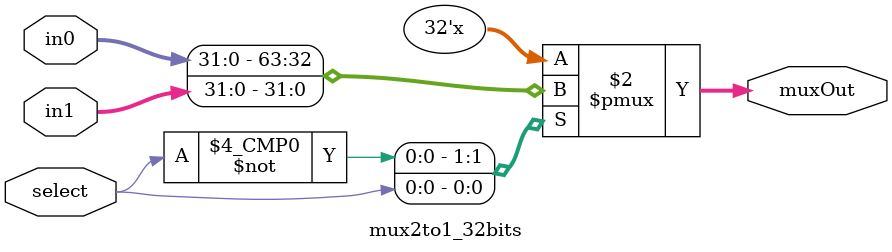
<source format=v>
/*###################################################################################
Note: Please don’t upload the assignments, template file/solution and lab. manual on GitHub or others public repository. 
It violates the BITS’s Intellectual Property Rights (IPR).
************************************************************************************/

//IF select is 0 then muxout is in0. IF select is 1 then muxout is in1. 
module mux2to1_32bits(input [31:0] in0, input [31:0] in1, input select, output reg [31:0] muxOut);
      //Write Your Code Here
	always@(in0, in1, select)
    begin
        case(select)
            1'b0: muxOut = in0;
            1'b1: muxOut = in1;
        endcase
    end
endmodule
</source>
